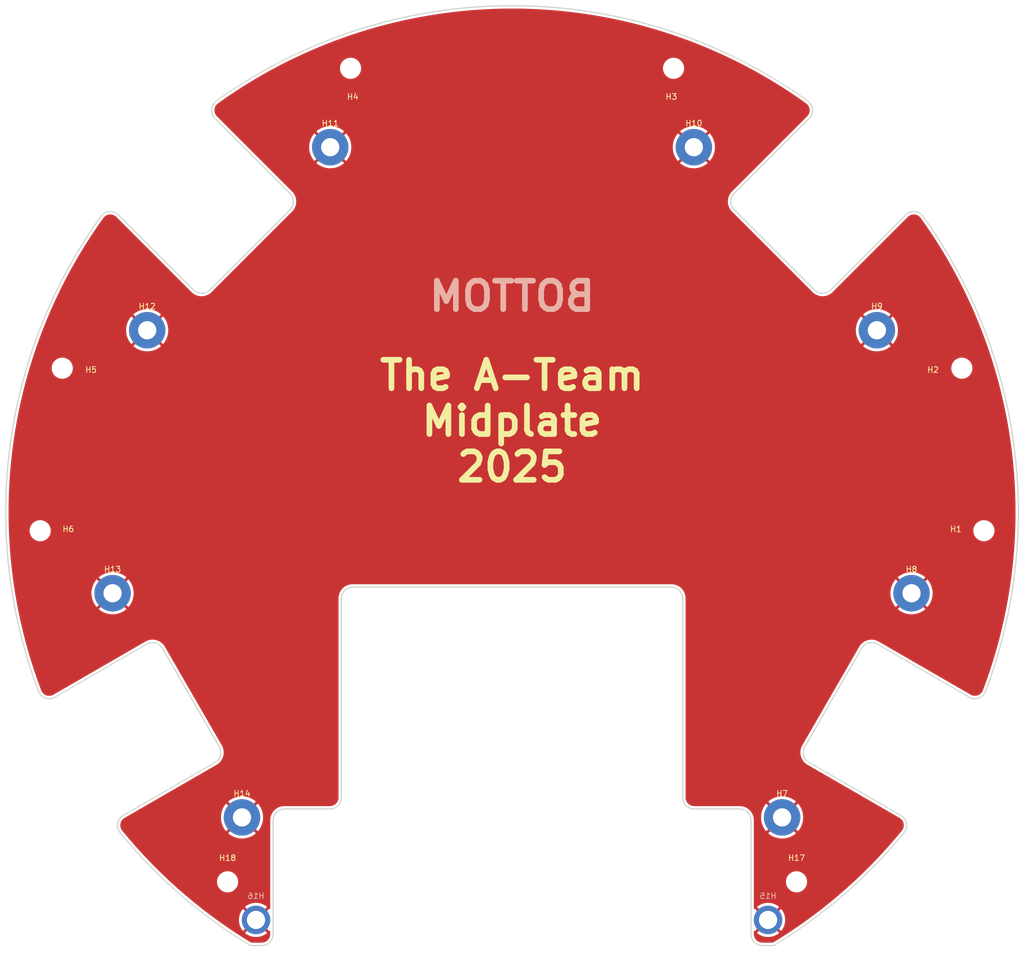
<source format=kicad_pcb>
(kicad_pcb (version 20240108) (generator "pcbnew") (generator_version "8.0")
  (layers (0 "F.Cu" signal) (31 "B.Cu" signal) (34 "B.Paste" user) (35 "F.Paste" user) (36 "B.SilkS" user "B.Silkscreen") (37 "F.SilkS" user "F.Silkscreen") (38 "B.Mask" user) (39 "F.Mask" user) (44 "Edge.Cuts" user))
  (net 0 "")
  (net 1 "GND")
  (footprint "MountingHole:MountingHole_3.2mm_M3" (layer "F.Cu") (at 22.064926 113.282306)
    (property "Reference" "H6" (at 4.935074 -0.282306 0) (layer "F.SilkS"))
    (property "Value" "M3-NPTH")
    (pad "" np_thru_hole circle (at 0 0) (size 3.2 3.2) (drill 3.2) (layers "*.Cu" "*.Mask" "In1.Cu" "In2.Cu" "In3.Cu" "In4.Cu" "In5.Cu" "In6.Cu" "In7.Cu" "In8.Cu" "In9.Cu" "In10.Cu" "In11.Cu" "In12.Cu" "In13.Cu" "In14.Cu" "In15.Cu" "In16.Cu" "In17.Cu" "In18.Cu" "In19.Cu" "In20.Cu" "In21.Cu" "In22.Cu" "In23.Cu" "In24.Cu" "In25.Cu" "In26.Cu" "In27.Cu" "In28.Cu" "In29.Cu" "In30.Cu"))
  )
  (footprint "MountingHole:MountingHole_3.2mm_M3_Pad" (layer "F.Cu") (at 57.536015 163.672782)
    (property "Reference" "H14" (at 0 -4.2 0) (layer "F.SilkS"))
    (property "Value" "M3-PTH")
    (pad "1" thru_hole circle (at 0 0) (size 6.4 6.4) (drill 3.2) (layers "*.Cu" "*.Mask" "In1.Cu" "In2.Cu" "In3.Cu" "In4.Cu" "In5.Cu" "In6.Cu" "In7.Cu" "In8.Cu" "In9.Cu" "In10.Cu" "In11.Cu" "In12.Cu" "In13.Cu" "In14.Cu" "In15.Cu" "In16.Cu" "In17.Cu" "In18.Cu" "In19.Cu" "In20.Cu" "In21.Cu" "In22.Cu" "In23.Cu" "In24.Cu" "In25.Cu" "In26.Cu" "In27.Cu" "In28.Cu" "In29.Cu" "In30.Cu") (net 1 "GND"))
  )
  (footprint "MountingHole:MountingHole_3.2mm_M3_Pad" (layer "F.Cu") (at 136.955151 45.871491)
    (property "Reference" "H10" (at 0 -4.2 0) (layer "F.SilkS"))
    (property "Value" "M3-PTH")
    (pad "1" thru_hole circle (at 0 0) (size 6.4 6.4) (drill 3.2) (layers "*.Cu" "*.Mask" "In1.Cu" "In2.Cu" "In3.Cu" "In4.Cu" "In5.Cu" "In6.Cu" "In7.Cu" "In8.Cu" "In9.Cu" "In10.Cu" "In11.Cu" "In12.Cu" "In13.Cu" "In14.Cu" "In15.Cu" "In16.Cu" "In17.Cu" "In18.Cu" "In19.Cu" "In20.Cu" "In21.Cu" "In22.Cu" "In23.Cu" "In24.Cu" "In25.Cu" "In26.Cu" "In27.Cu" "In28.Cu" "In29.Cu" "In30.Cu") (net 1 "GND"))
  )
  (footprint "MountingHole:MountingHole_3.2mm_M3_Pad" (layer "F.Cu") (at 73.044849 45.871491)
    (property "Reference" "H11" (at 0 -4.2 0) (layer "F.SilkS"))
    (property "Value" "M3-PTH")
    (pad "1" thru_hole circle (at 0 0) (size 6.4 6.4) (drill 3.2) (layers "*.Cu" "*.Mask" "In1.Cu" "In2.Cu" "In3.Cu" "In4.Cu" "In5.Cu" "In6.Cu" "In7.Cu" "In8.Cu" "In9.Cu" "In10.Cu" "In11.Cu" "In12.Cu" "In13.Cu" "In14.Cu" "In15.Cu" "In16.Cu" "In17.Cu" "In18.Cu" "In19.Cu" "In20.Cu" "In21.Cu" "In22.Cu" "In23.Cu" "In24.Cu" "In25.Cu" "In26.Cu" "In27.Cu" "In28.Cu" "In29.Cu" "In30.Cu") (net 1 "GND"))
  )
  (footprint "MountingHole:MountingHole_3.2mm_M3_Pad" (layer "F.Cu") (at 169.128509 78.044849)
    (property "Reference" "H9" (at 0 -4.2 0) (layer "F.SilkS"))
    (property "Value" "M3-PTH")
    (pad "1" thru_hole circle (at 0 0) (size 6.4 6.4) (drill 3.2) (layers "*.Cu" "*.Mask" "In1.Cu" "In2.Cu" "In3.Cu" "In4.Cu" "In5.Cu" "In6.Cu" "In7.Cu" "In8.Cu" "In9.Cu" "In10.Cu" "In11.Cu" "In12.Cu" "In13.Cu" "In14.Cu" "In15.Cu" "In16.Cu" "In17.Cu" "In18.Cu" "In19.Cu" "In20.Cu" "In21.Cu" "In22.Cu" "In23.Cu" "In24.Cu" "In25.Cu" "In26.Cu" "In27.Cu" "In28.Cu" "In29.Cu" "In30.Cu") (net 1 "GND"))
  )
  (footprint "MountingHole:MountingHole_3.2mm_M3" (layer "F.Cu") (at 187.935074 113.282306)
    (property "Reference" "H1" (at -4.935074 -0.282306 0) (layer "F.SilkS"))
    (property "Value" "M3-NPTH")
    (pad "" np_thru_hole circle (at 0 0) (size 3.2 3.2) (drill 3.2) (layers "*.Cu" "*.Mask" "In1.Cu" "In2.Cu" "In3.Cu" "In4.Cu" "In5.Cu" "In6.Cu" "In7.Cu" "In8.Cu" "In9.Cu" "In10.Cu" "In11.Cu" "In12.Cu" "In13.Cu" "In14.Cu" "In15.Cu" "In16.Cu" "In17.Cu" "In18.Cu" "In19.Cu" "In20.Cu" "In21.Cu" "In22.Cu" "In23.Cu" "In24.Cu" "In25.Cu" "In26.Cu" "In27.Cu" "In28.Cu" "In29.Cu" "In30.Cu"))
  )
  (footprint "MountingHole:MountingHole_3.2mm_M3" (layer "F.Cu") (at 155 174.992307)
    (property "Reference" "H17" (at 0 -4.2 0) (layer "F.SilkS"))
    (property "Value" "M3-NPTH")
    (pad "" np_thru_hole circle (at 0 0) (size 3.2 3.2) (drill 3.2) (layers "*.Cu" "*.Mask" "In1.Cu" "In2.Cu" "In3.Cu" "In4.Cu" "In5.Cu" "In6.Cu" "In7.Cu" "In8.Cu" "In9.Cu" "In10.Cu" "In11.Cu" "In12.Cu" "In13.Cu" "In14.Cu" "In15.Cu" "In16.Cu" "In17.Cu" "In18.Cu" "In19.Cu" "In20.Cu" "In21.Cu" "In22.Cu" "In23.Cu" "In24.Cu" "In25.Cu" "In26.Cu" "In27.Cu" "In28.Cu" "In29.Cu" "In30.Cu"))
  )
  (footprint "MountingHole:MountingHole_3.2mm_M3" (layer "F.Cu") (at 25.943908 84.718893)
    (property "Reference" "H5" (at 5.056092 0.281107 0) (layer "F.SilkS"))
    (property "Value" "M3-NPTH")
    (pad "" np_thru_hole circle (at 0 0) (size 3.2 3.2) (drill 3.2) (layers "*.Cu" "*.Mask" "In1.Cu" "In2.Cu" "In3.Cu" "In4.Cu" "In5.Cu" "In6.Cu" "In7.Cu" "In8.Cu" "In9.Cu" "In10.Cu" "In11.Cu" "In12.Cu" "In13.Cu" "In14.Cu" "In15.Cu" "In16.Cu" "In17.Cu" "In18.Cu" "In19.Cu" "In20.Cu" "In21.Cu" "In22.Cu" "In23.Cu" "In24.Cu" "In25.Cu" "In26.Cu" "In27.Cu" "In28.Cu" "In29.Cu" "In30.Cu"))
  )
  (footprint "MountingHole:MountingHole_3.2mm_M3_Pad" (layer "F.Cu") (at 175.213985 124.268626)
    (property "Reference" "H8" (at 0 -4.2 0) (layer "F.SilkS"))
    (property "Value" "M3-PTH")
    (pad "1" thru_hole circle (at 0 0) (size 6.4 6.4) (drill 3.2) (layers "*.Cu" "*.Mask" "In1.Cu" "In2.Cu" "In3.Cu" "In4.Cu" "In5.Cu" "In6.Cu" "In7.Cu" "In8.Cu" "In9.Cu" "In10.Cu" "In11.Cu" "In12.Cu" "In13.Cu" "In14.Cu" "In15.Cu" "In16.Cu" "In17.Cu" "In18.Cu" "In19.Cu" "In20.Cu" "In21.Cu" "In22.Cu" "In23.Cu" "In24.Cu" "In25.Cu" "In26.Cu" "In27.Cu" "In28.Cu" "In29.Cu" "In30.Cu") (net 1 "GND"))
  )
  (footprint "MountingHole:MountingHole_3.2mm_M3" (layer "F.Cu") (at 76.612328 32.005512)
    (property "Reference" "H4" (at 0.387672 4.994488 0) (layer "F.SilkS"))
    (property "Value" "M3-NPTH")
    (pad "" np_thru_hole circle (at 0 0) (size 3.2 3.2) (drill 3.2) (layers "*.Cu" "*.Mask" "In1.Cu" "In2.Cu" "In3.Cu" "In4.Cu" "In5.Cu" "In6.Cu" "In7.Cu" "In8.Cu" "In9.Cu" "In10.Cu" "In11.Cu" "In12.Cu" "In13.Cu" "In14.Cu" "In15.Cu" "In16.Cu" "In17.Cu" "In18.Cu" "In19.Cu" "In20.Cu" "In21.Cu" "In22.Cu" "In23.Cu" "In24.Cu" "In25.Cu" "In26.Cu" "In27.Cu" "In28.Cu" "In29.Cu" "In30.Cu"))
  )
  (footprint "MountingHole:MountingHole_3.2mm_M3" (layer "F.Cu") (at 133.387672 32.005512)
    (property "Reference" "H3" (at -0.387672 4.994488 0) (layer "F.SilkS"))
    (property "Value" "M3-NPTH")
    (pad "" np_thru_hole circle (at 0 0) (size 3.2 3.2) (drill 3.2) (layers "*.Cu" "*.Mask" "In1.Cu" "In2.Cu" "In3.Cu" "In4.Cu" "In5.Cu" "In6.Cu" "In7.Cu" "In8.Cu" "In9.Cu" "In10.Cu" "In11.Cu" "In12.Cu" "In13.Cu" "In14.Cu" "In15.Cu" "In16.Cu" "In17.Cu" "In18.Cu" "In19.Cu" "In20.Cu" "In21.Cu" "In22.Cu" "In23.Cu" "In24.Cu" "In25.Cu" "In26.Cu" "In27.Cu" "In28.Cu" "In29.Cu" "In30.Cu"))
  )
  (footprint "MountingHole:MountingHole_3.2mm_M3_Pad" (layer "F.Cu") (at 152.463985 163.672782)
    (property "Reference" "H7" (at 0 -4.2 0) (layer "F.SilkS"))
    (property "Value" "M3-PTH")
    (pad "1" thru_hole circle (at 0 0) (size 6.4 6.4) (drill 3.2) (layers "*.Cu" "*.Mask" "In1.Cu" "In2.Cu" "In3.Cu" "In4.Cu" "In5.Cu" "In6.Cu" "In7.Cu" "In8.Cu" "In9.Cu" "In10.Cu" "In11.Cu" "In12.Cu" "In13.Cu" "In14.Cu" "In15.Cu" "In16.Cu" "In17.Cu" "In18.Cu" "In19.Cu" "In20.Cu" "In21.Cu" "In22.Cu" "In23.Cu" "In24.Cu" "In25.Cu" "In26.Cu" "In27.Cu" "In28.Cu" "In29.Cu" "In30.Cu") (net 1 "GND"))
  )
  (footprint "MountingHole:MountingHole_3.2mm_M3" (layer "F.Cu") (at 55 174.992307)
    (property "Reference" "H18" (at 0 -4.2 0) (layer "F.SilkS"))
    (property "Value" "M3-NPTH")
    (pad "" np_thru_hole circle (at 0 0) (size 3.2 3.2) (drill 3.2) (layers "*.Cu" "*.Mask" "In1.Cu" "In2.Cu" "In3.Cu" "In4.Cu" "In5.Cu" "In6.Cu" "In7.Cu" "In8.Cu" "In9.Cu" "In10.Cu" "In11.Cu" "In12.Cu" "In13.Cu" "In14.Cu" "In15.Cu" "In16.Cu" "In17.Cu" "In18.Cu" "In19.Cu" "In20.Cu" "In21.Cu" "In22.Cu" "In23.Cu" "In24.Cu" "In25.Cu" "In26.Cu" "In27.Cu" "In28.Cu" "In29.Cu" "In30.Cu"))
  )
  (footprint "MountingHole:MountingHole_3.2mm_M3_Pad" (layer "F.Cu") (at 40.871491 78.044849)
    (property "Reference" "H12" (at 0 -4.2 0) (layer "F.SilkS"))
    (property "Value" "M3-PTH")
    (pad "1" thru_hole circle (at 0 0) (size 6.4 6.4) (drill 3.2) (layers "*.Cu" "*.Mask" "In1.Cu" "In2.Cu" "In3.Cu" "In4.Cu" "In5.Cu" "In6.Cu" "In7.Cu" "In8.Cu" "In9.Cu" "In10.Cu" "In11.Cu" "In12.Cu" "In13.Cu" "In14.Cu" "In15.Cu" "In16.Cu" "In17.Cu" "In18.Cu" "In19.Cu" "In20.Cu" "In21.Cu" "In22.Cu" "In23.Cu" "In24.Cu" "In25.Cu" "In26.Cu" "In27.Cu" "In28.Cu" "In29.Cu" "In30.Cu") (net 1 "GND"))
  )
  (footprint "MountingHole:MountingHole_3.2mm_M3_Pad" (layer "F.Cu") (at 34.786015 124.268626)
    (property "Reference" "H13" (at 0 -4.2 0) (layer "F.SilkS"))
    (property "Value" "M3-PTH")
    (pad "1" thru_hole circle (at 0 0) (size 6.4 6.4) (drill 3.2) (layers "*.Cu" "*.Mask" "In1.Cu" "In2.Cu" "In3.Cu" "In4.Cu" "In5.Cu" "In6.Cu" "In7.Cu" "In8.Cu" "In9.Cu" "In10.Cu" "In11.Cu" "In12.Cu" "In13.Cu" "In14.Cu" "In15.Cu" "In16.Cu" "In17.Cu" "In18.Cu" "In19.Cu" "In20.Cu" "In21.Cu" "In22.Cu" "In23.Cu" "In24.Cu" "In25.Cu" "In26.Cu" "In27.Cu" "In28.Cu" "In29.Cu" "In30.Cu") (net 1 "GND"))
  )
  (footprint "MountingHole:MountingHole_3.2mm_M3" (layer "F.Cu") (at 184.056092 84.718893)
    (property "Reference" "H2" (at -5.056092 0.281107 0) (layer "F.SilkS"))
    (property "Value" "M3-NPTH")
    (pad "" np_thru_hole circle (at 0 0) (size 3.2 3.2) (drill 3.2) (layers "*.Cu" "*.Mask" "In1.Cu" "In2.Cu" "In3.Cu" "In4.Cu" "In5.Cu" "In6.Cu" "In7.Cu" "In8.Cu" "In9.Cu" "In10.Cu" "In11.Cu" "In12.Cu" "In13.Cu" "In14.Cu" "In15.Cu" "In16.Cu" "In17.Cu" "In18.Cu" "In19.Cu" "In20.Cu" "In21.Cu" "In22.Cu" "In23.Cu" "In24.Cu" "In25.Cu" "In26.Cu" "In27.Cu" "In28.Cu" "In29.Cu" "In30.Cu"))
  )
  (footprint "MountingHole:MountingHole_3.2mm_M3_Pad" (layer "B.Cu") (at 150 181.690551 180)
    (property "Reference" "H15" (at 0 4.2 0) (layer "B.SilkS") (effects (justify mirror)))
    (property "Value" "M3-PTH")
    (pad "1" thru_hole circle (at 0 0 180) (size 5 5) (drill 3.2) (layers "*.Cu" "*.Mask" "In1.Cu" "In2.Cu" "In3.Cu" "In4.Cu" "In5.Cu" "In6.Cu" "In7.Cu" "In8.Cu" "In9.Cu" "In10.Cu" "In11.Cu" "In12.Cu" "In13.Cu" "In14.Cu" "In15.Cu" "In16.Cu" "In17.Cu" "In18.Cu" "In19.Cu" "In20.Cu" "In21.Cu" "In22.Cu" "In23.Cu" "In24.Cu" "In25.Cu" "In26.Cu" "In27.Cu" "In28.Cu" "In29.Cu" "In30.Cu") (net 1 "GND"))
  )
  (footprint "MountingHole:MountingHole_3.2mm_M3_Pad" (layer "B.Cu") (at 60 181.690551 180)
    (property "Reference" "H16" (at 0 4.2 0) (layer "B.SilkS") (effects (justify mirror)))
    (property "Value" "M3-PTH")
    (pad "1" thru_hole circle (at 0 0 180) (size 5 5) (drill 3.2) (layers "*.Cu" "*.Mask" "In1.Cu" "In2.Cu" "In3.Cu" "In4.Cu" "In5.Cu" "In6.Cu" "In7.Cu" "In8.Cu" "In9.Cu" "In10.Cu" "In11.Cu" "In12.Cu" "In13.Cu" "In14.Cu" "In15.Cu" "In16.Cu" "In17.Cu" "In18.Cu" "In19.Cu" "In20.Cu" "In21.Cu" "In22.Cu" "In23.Cu" "In24.Cu" "In25.Cu" "In26.Cu" "In27.Cu" "In28.Cu" "In29.Cu" "In30.Cu") (net 1 "GND"))
  )
  (gr_arc (start 63 164.19055) (mid 63.585786 162.776337) (end 64.999999 162.190551) (stroke (width 0.2)) (layer "Edge.Cuts"))
  (gr_arc (start 53.546141 151.253902) (mid 53.745942 152.771542) (end 52.81409 153.985956) (stroke (width 0.2)) (layer "Edge.Cuts"))
  (gr_arc (start 145 162.190551) (mid 146.419189 162.78131) (end 147 164.2046) (stroke (width 0.2)) (layer "Edge.Cuts"))
  (gr_line (start 156.456857 151.24871) (end 166.453854 133.933403) (stroke (width 0.2)) (layer "Edge.Cuts"))
  (gr_arc (start 137 162.190551) (mid 135.585804 161.604762) (end 135 160.190551) (stroke (width 0.2)) (layer "Edge.Cuts"))
  (gr_arc (start 188.232686 141.516979) (mid 187.034178 142.692468) (end 185.3623 142.540751) (stroke (width 0.2)) (layer "Edge.Cuts"))
  (gr_arc (start 75 125.19055) (mid 75.585786 123.776337) (end 76.999999 123.190551) (stroke (width 0.2)) (layer "Edge.Cuts"))
  (gr_arc (start 173.910847 166.323131) (mid 163.307839 177.239838) (end 150.999997 186.190551) (stroke (width 0.2)) (layer "Edge.Cuts"))
  (gr_line (start 59.000003 186.190551) (end 61.000001 186.190551) (stroke (width 0.2)) (layer "Edge.Cuts"))
  (gr_line (start 75 125.19055) (end 75 160.190551) (stroke (width 0.2)) (layer "Edge.Cuts"))
  (gr_line (start 169.185909 133.201345) (end 185.362283 142.54078) (stroke (width 0.2)) (layer "Edge.Cuts"))
  (gr_line (start 135 160.190551) (end 135 125.1766) (stroke (width 0.2)) (layer "Edge.Cuts"))
  (gr_arc (start 24.637711 142.540783) (mid 22.965817 142.692494) (end 21.767314 141.516979) (stroke (width 0.2)) (layer "Edge.Cuts"))
  (gr_line (start 173.362279 163.325386) (end 157.1859 153.98595) (stroke (width 0.2)) (layer "Edge.Cuts"))
  (gr_arc (start 36.089153 166.323131) (mid 35.670379 164.697439) (end 36.637712 163.325392) (stroke (width 0.2)) (layer "Edge.Cuts"))
  (gr_line (start 137 162.190551) (end 145 162.190551) (stroke (width 0.2)) (layer "Edge.Cuts"))
  (gr_line (start 185.3623 142.540751) (end 185.362283 142.54078) (stroke (width 0.2)) (layer "Edge.Cuts"))
  (gr_line (start 174.201782 57.768781) (end 160.993876 70.976686) (stroke (width 0.2)) (layer "Edge.Cuts"))
  (gr_line (start 35.798163 57.768726) (end 49.006125 70.976687) (stroke (width 0.2)) (layer "Edge.Cuts"))
  (gr_line (start 147 164.2046) (end 147 184.190551) (stroke (width 0.2)) (layer "Edge.Cuts"))
  (gr_line (start 36.637712 163.325392) (end 52.81409 153.985956) (stroke (width 0.2)) (layer "Edge.Cuts"))
  (gr_arc (start 51.834548 70.976687) (mid 50.420336 71.562472) (end 49.006125 70.976687) (stroke (width 0.2)) (layer "Edge.Cuts"))
  (gr_line (start 64.999999 162.190551) (end 73.000001 162.190551) (stroke (width 0.2)) (layer "Edge.Cuts"))
  (gr_arc (start 177.239407 58.014732) (mid 193.238593 98.383169) (end 188.232686 141.516979) (stroke (width 0.2)) (layer "Edge.Cuts"))
  (gr_line (start 158.16545 70.976685) (end 144.023322 56.834557) (stroke (width 0.2)) (layer "Edge.Cuts"))
  (gr_arc (start 59.000003 186.190551) (mid 46.69216 177.239838) (end 36.089153 166.323131) (stroke (width 0.2)) (layer "Edge.Cuts"))
  (gr_line (start 40.814089 133.201346) (end 24.637711 142.540783) (stroke (width 0.2)) (layer "Edge.Cuts"))
  (gr_arc (start 133 123.190551) (mid 134.40929 123.771411) (end 135 125.1766) (stroke (width 0.2)) (layer "Edge.Cuts"))
  (gr_line (start 65.976686 54.006124) (end 52.768726 40.798163) (stroke (width 0.2)) (layer "Edge.Cuts"))
  (gr_line (start 51.834548 70.976687) (end 65.976686 56.834549) (stroke (width 0.2)) (layer "Edge.Cuts"))
  (gr_line (start 53.546141 151.253902) (end 43.546143 133.933397) (stroke (width 0.2)) (layer "Edge.Cuts"))
  (gr_line (start 63 184.190551) (end 63 164.19055) (stroke (width 0.2)) (layer "Edge.Cuts"))
  (gr_arc (start 63 184.190551) (mid 62.414214 185.604765) (end 61.000001 186.190551) (stroke (width 0.2)) (layer "Edge.Cuts"))
  (gr_arc (start 53.014732 37.760593) (mid 105 21) (end 156.985268 37.760593) (stroke (width 0.2)) (layer "Edge.Cuts"))
  (gr_arc (start 156.985268 37.760593) (mid 157.810533 39.222503) (end 157.231274 40.798163) (stroke (width 0.2)) (layer "Edge.Cuts"))
  (gr_line (start 149 186.190551) (end 150.999997 186.190551) (stroke (width 0.2)) (layer "Edge.Cuts"))
  (gr_arc (start 75 160.190551) (mid 74.414214 161.604765) (end 73.000001 162.190551) (stroke (width 0.2)) (layer "Edge.Cuts"))
  (gr_arc (start 21.767314 141.516979) (mid 16.761407 98.383169) (end 32.760593 58.014732) (stroke (width 0.2)) (layer "Edge.Cuts"))
  (gr_arc (start 166.453854 133.933403) (mid 167.668266 133.001553) (end 169.185909 133.201345) (stroke (width 0.2)) (layer "Edge.Cuts"))
  (gr_arc (start 40.814089 133.201346) (mid 42.331729 133.001545) (end 43.546143 133.933397) (stroke (width 0.2)) (layer "Edge.Cuts"))
  (gr_arc (start 174.201782 57.768781) (mid 175.777438 57.189519) (end 177.239407 58.014732) (stroke (width 0.2)) (layer "Edge.Cuts"))
  (gr_arc (start 32.760593 58.014732) (mid 34.222503 57.189467) (end 35.798163 57.768726) (stroke (width 0.2)) (layer "Edge.Cuts"))
  (gr_line (start 144.023319 54.006119) (end 157.231274 40.798163) (stroke (width 0.2)) (layer "Edge.Cuts"))
  (gr_arc (start 52.768726 40.798163) (mid 52.189467 39.222503) (end 53.014732 37.760593) (stroke (width 0.2)) (layer "Edge.Cuts"))
  (gr_arc (start 144.023322 56.834557) (mid 143.437534 55.42034) (end 144.023319 54.006119) (stroke (width 0.2)) (layer "Edge.Cuts"))
  (gr_line (start 133 123.190551) (end 76.999999 123.190551) (stroke (width 0.2)) (layer "Edge.Cuts"))
  (gr_arc (start 149 186.190551) (mid 147.585804 185.604762) (end 147 184.190551) (stroke (width 0.2)) (layer "Edge.Cuts"))
  (gr_arc (start 157.1859 153.98595) (mid 156.253275 152.76864) (end 156.456857 151.24871) (stroke (width 0.2)) (layer "Edge.Cuts"))
  (gr_arc (start 160.993876 70.976686) (mid 159.579673 71.562454) (end 158.16545 70.976685) (stroke (width 0.2)) (layer "Edge.Cuts"))
  (gr_arc (start 173.362279 163.325386) (mid 174.329595 164.697424) (end 173.910847 166.323131) (stroke (width 0.2)) (layer "Edge.Cuts"))
  (gr_arc (start 65.976686 54.006124) (mid 66.562472 55.420336) (end 65.976686 56.834549) (stroke (width 0.2)) (layer "Edge.Cuts"))
  (gr_text "BOTTOM" (at 105 75 0) (layer "B.SilkS") (effects (font (size 5 5) (thickness 1) (bold yes)) (justify bottom mirror)))
  (gr_text "The A-Team\nMidplate\n2025" (at 105 105 0) (layer "F.SilkS") (effects (font (size 5 5) (thickness 1) (bold yes)) (justify bottom)))
  (zone (net 1) (net_name "GND") (layer "F.Cu") (connect_pads (clearance 0.5)) (min_thickness 0.25) (fill yes (thermal_gap 0.5) (thermal_bridge_width 0.5))
    (polygon (pts (xy 15 20) (xy 195 20) (xy 195 190) (xy 15 190)))
  )
)
</source>
